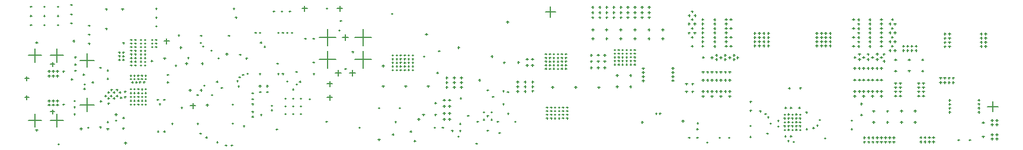
<source format=gbr>
%TF.GenerationSoftware,Altium Limited,Altium Designer,19.0.15 (446)*%
G04 Layer_Color=128*
%FSLAX45Y45*%
%MOMM*%
%TF.FileFunction,Drillmap*%
%TF.Part,Single*%
G01*
G75*
%TA.AperFunction,NonConductor*%
%ADD117C,0.12700*%
D117*
X5486400Y1798934D02*
X5562600D01*
X5524500Y1760834D02*
Y1837034D01*
X5486400Y1993900D02*
X5562600D01*
X5524500Y1955800D02*
Y2032000D01*
X1530080Y2399077D02*
X1720080D01*
X1625080Y2304078D02*
Y2494077D01*
X1215080Y2399077D02*
X1405080D01*
X1310080Y2304078D02*
Y2494077D01*
X1530080Y1469077D02*
X1720080D01*
X1625080Y1374078D02*
Y1564077D01*
X1215080Y1469077D02*
X1405080D01*
X1310080Y1374078D02*
Y1564077D01*
X3152140Y2603829D02*
X3228340D01*
X3190240Y2565729D02*
Y2641929D01*
X3530600Y1681480D02*
X3606800D01*
X3568700Y1643380D02*
Y1719580D01*
X2885480Y2061440D02*
X2905480D01*
X2895480Y2051440D02*
Y2071440D01*
X2670480Y2061440D02*
X2690480D01*
X2680480Y2051440D02*
Y2071440D01*
X2777980Y2061440D02*
X2797980D01*
X2787980Y2051440D02*
Y2071440D01*
X2777980Y1919940D02*
X2797980D01*
X2787980Y1909940D02*
Y1929940D01*
X2777980Y1697940D02*
X2797980D01*
X2787980Y1687940D02*
Y1707940D01*
X2885480Y1808940D02*
X2905480D01*
X2895480Y1798940D02*
Y1818940D01*
X2670480Y1808940D02*
X2690480D01*
X2680480Y1798940D02*
Y1818940D01*
X2777980Y1808940D02*
X2797980D01*
X2787980Y1798940D02*
Y1818940D01*
X8604180Y3017520D02*
X8754180D01*
X8679180Y2942520D02*
Y3092520D01*
X14926241Y1668780D02*
X15076241D01*
X15001241Y1593780D02*
Y1743780D01*
X5374750Y2656240D02*
X5612250D01*
X5493500Y2537490D02*
Y2774990D01*
X5374750Y2338740D02*
X5612250D01*
X5493500Y2219990D02*
Y2457490D01*
X5882750Y2338740D02*
X6120250D01*
X6001500Y2219990D02*
Y2457490D01*
X5882750Y2656240D02*
X6120250D01*
X6001500Y2537490D02*
Y2774990D01*
X5702500Y2656240D02*
X5792500D01*
X5747500Y2611240D02*
Y2701240D01*
X5804100Y2148240D02*
X5894100D01*
X5849100Y2103240D02*
Y2193240D01*
X5600900Y2148240D02*
X5690900D01*
X5645900Y2103240D02*
Y2193240D01*
X5128260Y3068320D02*
X5204460D01*
X5166360Y3030220D02*
Y3106420D01*
X5631164Y3068320D02*
X5707364D01*
X5669264Y3030220D02*
Y3106420D01*
X12017340Y1557500D02*
X12037660D01*
X12027500Y1547340D02*
Y1567660D01*
X12237340Y1557500D02*
X12257660D01*
X12247500Y1547340D02*
Y1567660D01*
X12017340Y1337500D02*
X12037660D01*
X12027500Y1327340D02*
Y1347660D01*
X12237340Y1337500D02*
X12257660D01*
X12247500Y1327340D02*
Y1347660D01*
X12017340Y1447500D02*
X12037660D01*
X12027500Y1437340D02*
Y1457660D01*
X12127340Y1557500D02*
X12147660D01*
X12137500Y1547340D02*
Y1567660D01*
X12127340Y1337500D02*
X12147660D01*
X12137500Y1327340D02*
Y1347660D01*
X12234840Y1447500D02*
X12255160D01*
X12245000Y1437340D02*
Y1457660D01*
X11742420Y1562100D02*
X11762740D01*
X11752580Y1551940D02*
Y1572260D01*
X11781858Y1518920D02*
X11802178D01*
X11792018Y1508760D02*
Y1529080D01*
X10182860Y1569720D02*
X10203180D01*
X10193020Y1559560D02*
Y1579880D01*
X10236200Y1569720D02*
X10256520D01*
X10246360Y1559560D02*
Y1579880D01*
X4073840Y2679565D02*
X4094160D01*
X4084000Y2669405D02*
Y2689725D01*
X3675380Y2679700D02*
X3695700D01*
X3685540Y2669540D02*
Y2689860D01*
X4036060Y2418080D02*
X4066540D01*
X4051300Y2402840D02*
Y2433320D01*
X3492370Y2364170D02*
X3512690D01*
X3502530Y2354010D02*
Y2374330D01*
X3926840Y2361760D02*
X3947160D01*
X3937000Y2351600D02*
Y2371920D01*
X5038820Y2163664D02*
X5059140D01*
X5048980Y2153504D02*
Y2173824D01*
X4518820Y2136136D02*
X4539140D01*
X4528980Y2125976D02*
Y2146296D01*
X4767580Y2284257D02*
X4787900D01*
X4777740Y2274097D02*
Y2294417D01*
X2339840Y2185040D02*
X2360160D01*
X2350000Y2174880D02*
Y2195200D01*
X4275160Y2123440D02*
X4295480D01*
X4285320Y2113280D02*
Y2133600D01*
X4226560Y2087880D02*
X4246880D01*
X4236720Y2077720D02*
Y2098040D01*
X2339840Y2067460D02*
X2360160D01*
X2350000Y2057300D02*
Y2077620D01*
X1997480Y2126460D02*
X2017800D01*
X2007640Y2116300D02*
Y2136620D01*
X1822456Y2058239D02*
X1847856D01*
X1835156Y2045539D02*
Y2070939D01*
X1709920Y1698077D02*
X1730240D01*
X1720080Y1687917D02*
Y1708237D01*
X1704840Y2170077D02*
X1735320D01*
X1720080Y2154837D02*
Y2185317D01*
X5671820Y2895600D02*
X5692140D01*
X5681980Y2885440D02*
Y2905760D01*
X4412340Y1859280D02*
X4432660D01*
X4422500Y1849120D02*
Y1869440D01*
X5230800Y1774180D02*
X5251120D01*
X5240960Y1764020D02*
Y1784340D01*
X7078165Y2460211D02*
X7098485D01*
X7088325Y2450051D02*
Y2470371D01*
X6860101Y2382780D02*
X6880421D01*
X6870261Y2372620D02*
Y2392940D01*
X6418160Y1271344D02*
X6438480D01*
X6428320Y1261184D02*
Y1281504D01*
X6725980Y1178560D02*
X6756460D01*
X6741220Y1163320D02*
Y1193800D01*
X7354560Y1239916D02*
X7374880D01*
X7364720Y1229756D02*
Y1250076D01*
X6217920Y1650000D02*
X6238240D01*
X6228080Y1639840D02*
Y1660160D01*
X7941300Y1292620D02*
X7961620D01*
X7951460Y1282460D02*
Y1302780D01*
X3148940Y1765300D02*
X3169260D01*
X3159100Y1755140D02*
Y1775460D01*
X3903980Y2024380D02*
X3924300D01*
X3914140Y2014220D02*
Y2034540D01*
X3970020Y1935480D02*
X3990340D01*
X3980180Y1925320D02*
Y1945640D01*
X4518820Y2724236D02*
X4539140D01*
X4528980Y2714076D02*
Y2734396D01*
X4325620Y2356200D02*
X4345940D01*
X4335780Y2346040D02*
Y2366360D01*
X10557760Y1463040D02*
X10588240D01*
X10573000Y1447800D02*
Y1478280D01*
X5287360Y2135557D02*
X5307680D01*
X5297520Y2125397D02*
Y2145717D01*
X8052783Y2875680D02*
X8083263D01*
X8068023Y2860440D02*
Y2890920D01*
X6891840Y2701859D02*
X6922320D01*
X6907080Y2686619D02*
Y2717099D01*
X1879885Y2269325D02*
X1900205D01*
X1890045Y2259165D02*
Y2279485D01*
X6402840Y2997200D02*
X6423160D01*
X6413000Y2987040D02*
Y3007360D01*
X7649760Y2045260D02*
X7680240D01*
X7665000Y2030020D02*
Y2060500D01*
X8061960Y1875040D02*
X8082280D01*
X8072120Y1864880D02*
Y1885200D01*
X7997340Y1890000D02*
X8017660D01*
X8007500Y1879840D02*
Y1900160D01*
X6515100Y1649780D02*
X6535420D01*
X6525260Y1639620D02*
Y1659940D01*
X7352260Y2512060D02*
X7382740D01*
X7367500Y2496820D02*
Y2527300D01*
X7048500Y2151380D02*
X7078980D01*
X7063740Y2136140D02*
Y2166620D01*
X13553300Y2912864D02*
X13578700D01*
X13566000Y2900164D02*
Y2925564D01*
X9268460Y2766060D02*
X9298940D01*
X9283700Y2750820D02*
Y2781300D01*
X9466580Y2766060D02*
X9497060D01*
X9481820Y2750820D02*
Y2781300D01*
X9667240Y2766060D02*
X9697720D01*
X9682480Y2750820D02*
Y2781300D01*
X9870440Y2766060D02*
X9900920D01*
X9885680Y2750820D02*
Y2781300D01*
X10071100Y2766060D02*
X10101580D01*
X10086340Y2750820D02*
Y2781300D01*
X10269220Y2766060D02*
X10299700D01*
X10284460Y2750820D02*
Y2781300D01*
X9974053Y2940000D02*
X10004533D01*
X9989293Y2924760D02*
Y2955240D01*
X10075018Y2940000D02*
X10105498D01*
X10090258Y2924760D02*
Y2955240D01*
X9772123Y2940000D02*
X9802603D01*
X9787363Y2924760D02*
Y2955240D01*
X9873088Y2940000D02*
X9903568D01*
X9888328Y2924760D02*
Y2955240D01*
X9570193Y2940000D02*
X9600673D01*
X9585433Y2924760D02*
Y2955240D01*
X9671158Y2940000D02*
X9701638D01*
X9686398Y2924760D02*
Y2955240D01*
X9368263Y2940000D02*
X9398743D01*
X9383503Y2924760D02*
Y2955240D01*
X9469228Y2940000D02*
X9499708D01*
X9484468Y2924760D02*
Y2955240D01*
X9267298Y2940000D02*
X9297778D01*
X9282538Y2924760D02*
Y2955240D01*
X8717460Y2417142D02*
X8737780D01*
X8727620Y2406982D02*
Y2427302D01*
X8775700Y2416817D02*
X8796020D01*
X8785860Y2406657D02*
Y2426977D01*
X8603160Y2417142D02*
X8623480D01*
X8613320Y2406982D02*
Y2427302D01*
X8661400Y2416817D02*
X8681720D01*
X8671560Y2406657D02*
Y2426977D01*
X14820380Y2526680D02*
X14850861D01*
X14835620Y2511440D02*
Y2541920D01*
X14820380Y2586680D02*
X14850861D01*
X14835620Y2571440D02*
Y2601920D01*
X14885381Y2646680D02*
X14915860D01*
X14900620Y2631440D02*
Y2661920D01*
X14885381Y2586680D02*
X14915860D01*
X14900620Y2571440D02*
Y2601920D01*
X14820380Y2646680D02*
X14850861D01*
X14835620Y2631440D02*
Y2661920D01*
X14885381Y2526680D02*
X14915860D01*
X14900620Y2511440D02*
Y2541920D01*
X14820380Y2706680D02*
X14850861D01*
X14835620Y2691440D02*
Y2721920D01*
X14885381Y2706680D02*
X14915860D01*
X14900620Y2691440D02*
Y2721920D01*
X14367740Y2705100D02*
X14398219D01*
X14382980Y2689860D02*
Y2720340D01*
X14302740Y2705100D02*
X14333220D01*
X14317979Y2689860D02*
Y2720340D01*
X14367740Y2525100D02*
X14398219D01*
X14382980Y2509860D02*
Y2540340D01*
X14302740Y2645100D02*
X14333220D01*
X14317979Y2629860D02*
Y2660340D01*
X14301781Y2012688D02*
X14332260D01*
X14317020Y1997448D02*
Y2027928D01*
X14361780Y2012688D02*
X14392261D01*
X14377020Y1997448D02*
Y2027928D01*
X14301781Y2077688D02*
X14332260D01*
X14317020Y2062448D02*
Y2092928D01*
X14241780Y2077688D02*
X14272260D01*
X14257021Y2062448D02*
Y2092928D01*
X14367740Y2585100D02*
X14398219D01*
X14382980Y2569860D02*
Y2600340D01*
X14367740Y2645100D02*
X14398219D01*
X14382980Y2629860D02*
Y2660340D01*
X14302740Y2585100D02*
X14333220D01*
X14317979Y2569860D02*
Y2600340D01*
X14302740Y2525100D02*
X14333220D01*
X14317979Y2509860D02*
Y2540340D01*
X14241780Y2012688D02*
X14272260D01*
X14257021Y1997448D02*
Y2027928D01*
X14361780Y2077688D02*
X14392261D01*
X14377020Y2062448D02*
Y2092928D01*
X14421780Y2012688D02*
X14452260D01*
X14437019Y1997448D02*
Y2027928D01*
X14421780Y2077688D02*
X14452260D01*
X14437019Y2062448D02*
Y2092928D01*
X13769760Y2467500D02*
X13800240D01*
X13785001Y2452260D02*
Y2482740D01*
X13769760Y2532500D02*
X13800240D01*
X13785001Y2517260D02*
Y2547740D01*
X13709760Y2532500D02*
X13740240D01*
X13725000Y2517260D02*
Y2547740D01*
X13829761Y2467500D02*
X13860240D01*
X13845000Y2452260D02*
Y2482740D01*
X13709760Y2467500D02*
X13740240D01*
X13725000Y2452260D02*
Y2482740D01*
X13889760Y2467500D02*
X13920239D01*
X13905000Y2452260D02*
Y2482740D01*
X13829761Y2532500D02*
X13860240D01*
X13845000Y2517260D02*
Y2547740D01*
X13889760Y2532500D02*
X13920239D01*
X13905000Y2517260D02*
Y2547740D01*
X5475200Y3068737D02*
X5495520D01*
X5485360Y3058577D02*
Y3078897D01*
X1850620Y2603829D02*
X1881100D01*
X1865860Y2588589D02*
Y2619069D01*
X1165080Y1799077D02*
X1225080D01*
X1195080Y1769077D02*
Y1829077D01*
X1165080Y2069077D02*
X1225080D01*
X1195080Y2039077D02*
Y2099077D01*
X1530080Y2274077D02*
X1590080D01*
X1560080Y2244078D02*
Y2304077D01*
X1530080Y1594077D02*
X1590080D01*
X1560080Y1564077D02*
Y1624077D01*
X1879600Y2374080D02*
X1899920D01*
X1889760Y2363920D02*
Y2384240D01*
X1879600Y2181040D02*
X1899920D01*
X1889760Y2170880D02*
Y2191200D01*
X1319660Y2583804D02*
X1350140D01*
X1334900Y2568564D02*
Y2599044D01*
X7772400Y1325454D02*
X7792720D01*
X7782560Y1315294D02*
Y1335614D01*
X7612600Y1142288D02*
X7632920D01*
X7622760Y1132128D02*
Y1152448D01*
X7995920Y1704340D02*
X8016240D01*
X8006080Y1694180D02*
Y1714500D01*
X2006600Y1922780D02*
X2032000D01*
X2019300Y1910080D02*
Y1935480D01*
X11770123Y1284337D02*
X11790443D01*
X11780283Y1274177D02*
Y1294497D01*
X4908820Y2726136D02*
X4929140D01*
X4918980Y2715976D02*
Y2736296D01*
X4843820Y2726136D02*
X4864140D01*
X4853980Y2715976D02*
Y2736296D01*
X2832100Y1807500D02*
X2852420D01*
X2842260Y1797340D02*
Y1817660D01*
X2801620Y2017380D02*
X2821940D01*
X2811780Y2007220D02*
Y2027540D01*
X2832100Y1698280D02*
X2852420D01*
X2842260Y1688120D02*
Y1708440D01*
X2751405Y2016760D02*
X2771725D01*
X2761565Y2006600D02*
Y2026920D01*
X2832100Y1752890D02*
X2852420D01*
X2842260Y1742730D02*
Y1763050D01*
X2722880Y1699260D02*
X2743200D01*
X2733040Y1689100D02*
Y1709420D01*
X2885320Y1863550D02*
X2905640D01*
X2895480Y1853390D02*
Y1873710D01*
X2670320Y2110740D02*
X2690640D01*
X2680480Y2100580D02*
Y2120900D01*
X2722880Y1808480D02*
X2743200D01*
X2733040Y1798320D02*
Y1818640D01*
X2885320Y1699720D02*
X2905640D01*
X2895480Y1689560D02*
Y1709880D01*
X3085559Y1703899D02*
X3105879D01*
X3095719Y1693739D02*
Y1714059D01*
X2882900Y2110740D02*
X2903220D01*
X2893060Y2100580D02*
Y2120900D01*
X2670320Y1863550D02*
X2690640D01*
X2680480Y1853390D02*
Y1873710D01*
X2585280Y1805440D02*
X2610680D01*
X2597980Y1792740D02*
Y1818140D01*
X2723465Y2061760D02*
X2743785D01*
X2733625Y2051600D02*
Y2071920D01*
X2777820Y1863550D02*
X2798140D01*
X2787980Y1853390D02*
Y1873710D01*
X2829755Y2110740D02*
X2850075D01*
X2839915Y2100580D02*
Y2120900D01*
X2670320Y1699720D02*
X2690640D01*
X2680480Y1689560D02*
Y1709880D01*
X2722880Y1863090D02*
X2743200D01*
X2733040Y1852930D02*
Y1873250D01*
X3055201Y1765300D02*
X3075521D01*
X3065361Y1755140D02*
Y1775460D01*
X2585280Y1885440D02*
X2610680D01*
X2597980Y1872740D02*
Y1898140D01*
X2693180Y2016760D02*
X2713500D01*
X2703340Y2006600D02*
Y2026920D01*
X2776610Y2110740D02*
X2796930D01*
X2786770Y2100580D02*
Y2120900D01*
X2722880Y1753870D02*
X2743200D01*
X2733040Y1743710D02*
Y1764030D01*
X2777820Y1754330D02*
X2798140D01*
X2787980Y1744170D02*
Y1764490D01*
X2860482Y2018133D02*
X2880802D01*
X2870642Y2007973D02*
Y2028293D01*
X2885320Y1754330D02*
X2905640D01*
X2895480Y1744170D02*
Y1764490D01*
X2722880Y1917700D02*
X2743200D01*
X2733040Y1907540D02*
Y1927860D01*
X2885320Y1918160D02*
X2905640D01*
X2895480Y1908000D02*
Y1928320D01*
X2723465Y2110740D02*
X2743785D01*
X2733625Y2100580D02*
Y2120900D01*
X2670320Y1754330D02*
X2690640D01*
X2680480Y1744170D02*
Y1764490D01*
X2832100Y1916720D02*
X2852420D01*
X2842260Y1906560D02*
Y1926880D01*
X2829755Y2061760D02*
X2850075D01*
X2839915Y2051600D02*
Y2071920D01*
X2670320Y1918160D02*
X2690640D01*
X2680480Y1908000D02*
Y1928320D01*
X2832100Y1862110D02*
X2852420D01*
X2842260Y1851950D02*
Y1872270D01*
X2336960Y1348740D02*
X2367440D01*
X2352200Y1333500D02*
Y1363980D01*
X2453640Y1557840D02*
X2484120D01*
X2468880Y1542600D02*
Y1573080D01*
X12104800Y1650000D02*
X12130200D01*
X12117500Y1637300D02*
Y1662700D01*
X5089920Y2024620D02*
X5110240D01*
X5100080Y2014460D02*
Y2034780D01*
X1821180Y2860520D02*
X1841500D01*
X1831340Y2850360D02*
Y2870680D01*
X1821180Y3119600D02*
X1841500D01*
X1831340Y3109440D02*
Y3129760D01*
X1821180Y2988500D02*
X1841500D01*
X1831340Y2978340D02*
Y2998660D01*
X2075180Y2827600D02*
X2095500D01*
X2085340Y2817440D02*
Y2837760D01*
X2075180Y2696500D02*
X2095500D01*
X2085340Y2686340D02*
Y2706660D01*
X2075180Y2568520D02*
X2095500D01*
X2085340Y2558360D02*
Y2578680D01*
X4234180Y2410460D02*
X4254500D01*
X4244340Y2400300D02*
Y2420620D01*
X11924840Y1467500D02*
X11945160D01*
X11935000Y1457340D02*
Y1477660D01*
X11816080Y1427480D02*
X11836400D01*
X11826240Y1417320D02*
Y1437640D01*
X12024800Y1650000D02*
X12050200D01*
X12037500Y1637300D02*
Y1662700D01*
X12428518Y1363667D02*
X12448838D01*
X12438678Y1353507D02*
Y1373827D01*
X12329840Y1347500D02*
X12350160D01*
X12340000Y1337340D02*
Y1357660D01*
X12486640Y1399540D02*
X12506960D01*
X12496800Y1389380D02*
Y1409700D01*
X12516340Y1477660D02*
X12536660D01*
X12526500Y1467500D02*
Y1487820D01*
X12027980Y1245000D02*
X12048300D01*
X12038140Y1234840D02*
Y1255160D01*
X12107340Y1245000D02*
X12127660D01*
X12117500Y1234840D02*
Y1255160D01*
X10911840Y1158240D02*
X10932160D01*
X10922000Y1148080D02*
Y1168400D01*
X12147340Y1164438D02*
X12167660D01*
X12157500Y1154278D02*
Y1174598D01*
X12067340Y1180000D02*
X12087660D01*
X12077500Y1169840D02*
Y1190160D01*
X12592340Y1215000D02*
X12612660D01*
X12602500Y1204840D02*
Y1225160D01*
X11924840Y1386900D02*
X11945160D01*
X11935000Y1376740D02*
Y1397060D01*
X11527300Y1611160D02*
X11552700D01*
X11540000Y1598460D02*
Y1623860D01*
X10772340Y1432500D02*
X10792660D01*
X10782500Y1422340D02*
Y1442660D01*
X12179300Y1338580D02*
X12204700D01*
X12192000Y1325880D02*
Y1351280D01*
X4030980Y1117600D02*
X4051300D01*
X4041140Y1107440D02*
Y1127760D01*
X4114800Y1115000D02*
X4135120D01*
X4124960Y1104840D02*
Y1125160D01*
X3909060Y1160780D02*
X3929380D01*
X3919220Y1150620D02*
Y1170940D01*
X3199488Y2016760D02*
X3219808D01*
X3209648Y2006600D02*
Y2026920D01*
X3200690Y2120900D02*
X3221010D01*
X3210850Y2110740D02*
Y2131060D01*
X2341880Y1448061D02*
X2362200D01*
X2352040Y1437901D02*
Y1458221D01*
X2458720Y1469840D02*
X2479040D01*
X2468880Y1459680D02*
Y1480000D01*
X1953260Y1354720D02*
X1983740D01*
X1968500Y1339480D02*
Y1369960D01*
X3629660Y1424940D02*
X3649980D01*
X3639820Y1414780D02*
Y1435100D01*
X3671416Y1902460D02*
X3701896D01*
X3686656Y1887220D02*
Y1917700D01*
X3512820Y1902460D02*
X3543300D01*
X3528060Y1887220D02*
Y1917700D01*
X3150420Y1312500D02*
X3170740D01*
X3160580Y1302340D02*
Y1322660D01*
X3062420Y1312500D02*
X3082740D01*
X3072580Y1302340D02*
Y1322660D01*
X4130040Y1699260D02*
X4150360D01*
X4140200Y1689100D02*
Y1709420D01*
X4213860Y1958260D02*
X4234180D01*
X4224020Y1948100D02*
Y1968420D01*
X4338320Y2137882D02*
X4358640D01*
X4348480Y2127722D02*
Y2148042D01*
X4196080Y2034540D02*
X4216400D01*
X4206240Y2024380D02*
Y2044700D01*
X5654040Y2758440D02*
X5674360D01*
X5664200Y2748280D02*
Y2768600D01*
X13017300Y2370864D02*
X13042700D01*
X13030000Y2358164D02*
Y2383564D01*
X5285200Y2638500D02*
X5305520D01*
X5295360Y2628340D02*
Y2648660D01*
X5166360Y2638240D02*
X5186680D01*
X5176520Y2628080D02*
Y2648400D01*
X6672580Y1313180D02*
X6692900D01*
X6682740Y1303020D02*
Y1323340D01*
X6783003Y1485510D02*
X6813483D01*
X6798243Y1470270D02*
Y1500750D01*
X5468620Y1452440D02*
X5488940D01*
X5478780Y1442280D02*
Y1462600D01*
X3751579Y1229359D02*
X3771899D01*
X3761739Y1219199D02*
Y1239519D01*
X4287520Y1390880D02*
X4307840D01*
X4297680Y1380720D02*
Y1401040D01*
X8679000Y1656985D02*
X8699320D01*
X8689160Y1646825D02*
Y1667145D01*
X8620760Y1657310D02*
X8641080D01*
X8630920Y1647150D02*
Y1667470D01*
X7380320Y1323340D02*
X7400640D01*
X7390480Y1313180D02*
Y1333500D01*
X6213080Y1196344D02*
X6243560D01*
X6228320Y1181104D02*
Y1211584D01*
X13431969Y2317126D02*
X13462450D01*
X13447209Y2301886D02*
Y2332366D01*
X3380740Y2513680D02*
X3411220D01*
X3395980Y2498440D02*
Y2528920D01*
X3398520Y1653540D02*
X3418840D01*
X3408680Y1643380D02*
Y1663700D01*
X2349148Y1715672D02*
X2374548D01*
X2361848Y1702972D02*
Y1728372D01*
X2349148Y1788160D02*
X2374548D01*
X2361848Y1775460D02*
Y1800860D01*
X2566480Y2578300D02*
X2591880D01*
X2579180Y2565600D02*
Y2591000D01*
X2390458Y1907540D02*
X2415857D01*
X2403158Y1894840D02*
Y1920240D01*
X2471548Y1821180D02*
X2496948D01*
X2484248Y1808480D02*
Y1833880D01*
X2389304Y1821180D02*
X2414704D01*
X2402004Y1808480D02*
Y1833880D01*
X2472690Y1907540D02*
X2498090D01*
X2485390Y1894840D02*
Y1920240D01*
X2349148Y1869440D02*
X2374548D01*
X2361848Y1856740D02*
Y1882140D01*
X13482413Y1443580D02*
X13512892D01*
X13497652Y1428340D02*
Y1458820D01*
X13284912Y1443580D02*
X13315392D01*
X13300153Y1428340D02*
Y1458820D01*
X13482413Y1603580D02*
X13512892D01*
X13497652Y1588340D02*
Y1618820D01*
X13284912Y1603580D02*
X13315392D01*
X13300153Y1588340D02*
Y1618820D01*
X9344900Y2405399D02*
X9375380D01*
X9360140Y2390159D02*
Y2420639D01*
X9248140Y2313402D02*
X9278620D01*
X9263380Y2298162D02*
Y2328642D01*
X9441180Y2313402D02*
X9471660D01*
X9456420Y2298162D02*
Y2328642D01*
X9344900Y2313402D02*
X9375380D01*
X9360140Y2298162D02*
Y2328642D01*
X9248302Y2222500D02*
X9278782D01*
X9263542Y2207260D02*
Y2237740D01*
X9248439Y2404612D02*
X9278919D01*
X9263679Y2389372D02*
Y2419852D01*
X9344812Y2222500D02*
X9375292D01*
X9360052Y2207260D02*
Y2237740D01*
X9441180Y2404612D02*
X9471660D01*
X9456420Y2389372D02*
Y2419852D01*
X9441180Y2222500D02*
X9471660D01*
X9456420Y2207260D02*
Y2237740D01*
X9617367Y2113559D02*
X9647847D01*
X9632607Y2098319D02*
Y2128799D01*
X9617367Y1953559D02*
X9647847D01*
X9632607Y1938319D02*
Y1968799D01*
X9357060Y1941780D02*
X9387540D01*
X9372300Y1926540D02*
Y1957020D01*
X8696960Y1944102D02*
X8727440D01*
X8712200Y1928862D02*
Y1959342D01*
X9025150Y1944098D02*
X9055630D01*
X9040390Y1928858D02*
Y1959338D01*
X9977120Y1445941D02*
X10007600D01*
X9992360Y1430701D02*
Y1461181D01*
X13874911Y1604795D02*
X13905392D01*
X13890152Y1589555D02*
Y1620035D01*
X13874911Y1444795D02*
X13905392D01*
X13890152Y1429555D02*
Y1460035D01*
X13679912Y1604795D02*
X13710393D01*
X13695152Y1589555D02*
Y1620035D01*
X13679912Y1444795D02*
X13710393D01*
X13695152Y1429555D02*
Y1460035D01*
X11666220Y1605280D02*
X11691620D01*
X11678920Y1592580D02*
Y1617980D01*
X8775700Y2365032D02*
X8796020D01*
X8785860Y2354872D02*
Y2375192D01*
X8831760Y2262110D02*
X8852080D01*
X8841920Y2251950D02*
Y2272270D01*
X8831760Y2313895D02*
X8852080D01*
X8841920Y2303735D02*
Y2324055D01*
X8775700Y2313246D02*
X8796020D01*
X8785860Y2303086D02*
Y2323406D01*
X8717460Y2313571D02*
X8737780D01*
X8727620Y2303411D02*
Y2323731D01*
X8717460Y2261785D02*
X8737780D01*
X8727620Y2251625D02*
Y2271945D01*
X8661400Y2209675D02*
X8681720D01*
X8671560Y2199515D02*
Y2219835D01*
X8661400Y2313246D02*
X8681720D01*
X8671560Y2303086D02*
Y2323406D01*
X9759188Y2425388D02*
X9779508D01*
X9769348Y2415228D02*
Y2435548D01*
X9759188Y2477173D02*
X9779508D01*
X9769348Y2467013D02*
Y2487333D01*
X9759188Y2373602D02*
X9779508D01*
X9769348Y2363442D02*
Y2383762D01*
X9815248Y2374252D02*
X9835568D01*
X9825408Y2364092D02*
Y2384412D01*
X9815248Y2322466D02*
X9835568D01*
X9825408Y2312306D02*
Y2332626D01*
X9644888Y2373602D02*
X9665208D01*
X9655048Y2363442D02*
Y2383762D01*
X9644888Y2270031D02*
X9665208D01*
X9655048Y2259871D02*
Y2280191D01*
X9700948Y2322141D02*
X9721268D01*
X9711108Y2311981D02*
Y2332301D01*
X9700948Y2373927D02*
X9721268D01*
X9711108Y2363767D02*
Y2384087D01*
X8717460Y2365356D02*
X8737780D01*
X8727620Y2355196D02*
Y2375516D01*
X8661400Y2365032D02*
X8681720D01*
X8671560Y2354872D02*
Y2375192D01*
X8831760Y2365681D02*
X8852080D01*
X8841920Y2355521D02*
Y2375841D01*
X8661400Y2261461D02*
X8681720D01*
X8671560Y2251301D02*
Y2271621D01*
X8831760Y2210324D02*
X8852080D01*
X8841920Y2200164D02*
Y2220484D01*
X8717460Y2210000D02*
X8737780D01*
X8727620Y2199840D02*
Y2220160D01*
X8831760Y2417466D02*
X8852080D01*
X8841920Y2407306D02*
Y2427626D01*
X8775700Y2261461D02*
X8796020D01*
X8785860Y2251301D02*
Y2271621D01*
X8775700Y2209675D02*
X8796020D01*
X8785860Y2199515D02*
Y2219835D01*
X9815248Y2270680D02*
X9835568D01*
X9825408Y2260520D02*
Y2280840D01*
X9815248Y2477823D02*
X9835568D01*
X9825408Y2467663D02*
Y2487983D01*
X9759188Y2321817D02*
X9779508D01*
X9769348Y2311657D02*
Y2331977D01*
X9759188Y2270031D02*
X9779508D01*
X9769348Y2259871D02*
Y2280191D01*
X9700948Y2270356D02*
X9721268D01*
X9711108Y2260196D02*
Y2280516D01*
X9644888Y2321817D02*
X9665208D01*
X9655048Y2311657D02*
Y2331977D01*
X9700948Y2477498D02*
X9721268D01*
X9711108Y2467338D02*
Y2487658D01*
X9644888Y2477173D02*
X9665208D01*
X9655048Y2467013D02*
Y2487333D01*
X9815248Y2426037D02*
X9835568D01*
X9825408Y2415877D02*
Y2436197D01*
X9700948Y2425712D02*
X9721268D01*
X9711108Y2415552D02*
Y2435872D01*
X9644888Y2425388D02*
X9665208D01*
X9655048Y2415228D02*
Y2435548D01*
X8735060Y1657310D02*
X8755380D01*
X8745220Y1647150D02*
Y1667470D01*
X8907600Y1657310D02*
X8927920D01*
X8917760Y1647150D02*
Y1667470D01*
X12179880Y1502580D02*
X12205280D01*
X12192580Y1489880D02*
Y1515280D01*
X12225440Y1650000D02*
X12250840D01*
X12238140Y1637300D02*
Y1662700D01*
X12179880Y1557500D02*
X12205280D01*
X12192580Y1544800D02*
Y1570200D01*
X12124800Y1502580D02*
X12150200D01*
X12137500Y1489880D02*
Y1515280D01*
X12238846Y1936176D02*
X12264246D01*
X12251546Y1923476D02*
Y1948876D01*
X11086792Y1227500D02*
X11107112D01*
X11096952Y1217340D02*
Y1237660D01*
X11529840Y1394460D02*
X11550160D01*
X11540000Y1384300D02*
Y1404620D01*
X11221792Y1227500D02*
X11242112D01*
X11231952Y1217340D02*
Y1237660D01*
X10653033Y1226820D02*
X10673353D01*
X10663193Y1216660D02*
Y1236980D01*
X12082440Y1928934D02*
X12107840D01*
X12095140Y1916234D02*
Y1941634D01*
X12070080Y1337500D02*
X12095480D01*
X12082780Y1324800D02*
Y1350200D01*
X12014200Y1392340D02*
X12039600D01*
X12026900Y1379640D02*
Y1405040D01*
X12069839Y1391380D02*
X12095239D01*
X12082539Y1378680D02*
Y1404080D01*
X12124800Y1392420D02*
X12150200D01*
X12137500Y1379720D02*
Y1405120D01*
X12069720Y1447500D02*
X12095120D01*
X12082420Y1434800D02*
Y1460200D01*
X11527300Y1741160D02*
X11552700D01*
X11540000Y1728460D02*
Y1753860D01*
X13108424Y1705620D02*
X13138905D01*
X13123665Y1690380D02*
Y1720860D01*
X13108441Y1549613D02*
X13138921D01*
X13123682Y1534373D02*
Y1564853D01*
X13430988Y2415032D02*
X13461467D01*
X13446227Y2399792D02*
Y2430272D01*
X11339260Y2369500D02*
X11369740D01*
X11354500Y2354260D02*
Y2384740D01*
X10690260Y3025000D02*
X10720740D01*
X10705500Y3009760D02*
Y3040240D01*
X10696180Y1992022D02*
X10726660D01*
X10711420Y1976782D02*
Y2007262D01*
X10608180Y1992022D02*
X10638660D01*
X10623420Y1976782D02*
Y2007262D01*
X10696760Y1883122D02*
X10727240D01*
X10712000Y1867882D02*
Y1898362D01*
X10608760Y1883122D02*
X10639240D01*
X10624000Y1867882D02*
Y1898362D01*
X13068120Y2847340D02*
X13098599D01*
X13083360Y2832100D02*
Y2862580D01*
X13068120Y2593340D02*
X13098599D01*
X13083360Y2578100D02*
Y2608580D01*
X13068300Y2720340D02*
X13098779D01*
X13083540Y2705100D02*
Y2735580D01*
X13068120Y2911220D02*
X13098599D01*
X13083360Y2895980D02*
Y2926460D01*
X13068120Y2784220D02*
X13098599D01*
X13083360Y2768980D02*
Y2799460D01*
X13068120Y2657220D02*
X13098599D01*
X13083360Y2641980D02*
Y2672460D01*
X13068120Y2530220D02*
X13098599D01*
X13083360Y2514980D02*
Y2545460D01*
X12995760Y2912864D02*
X13026241D01*
X13011000Y2897624D02*
Y2928104D01*
X12995760Y2785864D02*
X13026241D01*
X13011000Y2770624D02*
Y2801104D01*
X12995760Y2658864D02*
X13026241D01*
X13011000Y2643624D02*
Y2674104D01*
X12995760Y2531864D02*
X13026241D01*
X13011000Y2516624D02*
Y2547104D01*
X11176180Y2597236D02*
X11206660D01*
X11191420Y2581996D02*
Y2612476D01*
X11176180Y2851236D02*
X11206660D01*
X11191420Y2835996D02*
Y2866476D01*
X11176000Y2724236D02*
X11206480D01*
X11191240Y2708996D02*
Y2739476D01*
X11176180Y2533356D02*
X11206660D01*
X11191420Y2518116D02*
Y2548596D01*
X11176180Y2660356D02*
X11206660D01*
X11191420Y2645116D02*
Y2675596D01*
X11176180Y2787356D02*
X11206660D01*
X11191420Y2772116D02*
Y2802596D01*
X11176180Y2914356D02*
X11206660D01*
X11191420Y2899116D02*
Y2929596D01*
X10909760Y1885260D02*
X10940240D01*
X10925000Y1870020D02*
Y1900500D01*
X11163760Y1885260D02*
X11194240D01*
X11179000Y1870020D02*
Y1900500D01*
X11036760Y1885440D02*
X11067240D01*
X11052000Y1870200D02*
Y1900680D01*
X10845880Y1885260D02*
X10876360D01*
X10861120Y1870020D02*
Y1900500D01*
X10972880Y1885260D02*
X11003360D01*
X10988120Y1870020D02*
Y1900500D01*
X11099880Y1885260D02*
X11130360D01*
X11115120Y1870020D02*
Y1900500D01*
X11226880Y1885260D02*
X11257360D01*
X11242120Y1870020D02*
Y1900500D01*
X13078461Y1884500D02*
X13108940D01*
X13093700Y1869260D02*
Y1899740D01*
X13332460Y1884500D02*
X13362939D01*
X13347701Y1869260D02*
Y1899740D01*
X13205460Y1884680D02*
X13235941D01*
X13220700Y1869440D02*
Y1899920D01*
X13014580Y1884500D02*
X13045061D01*
X13029820Y1869260D02*
Y1899740D01*
X13141580Y1884500D02*
X13172060D01*
X13156821Y1869260D02*
Y1899740D01*
X13268581Y1884500D02*
X13299060D01*
X13283820Y1869260D02*
Y1899740D01*
X13395580Y1884500D02*
X13426060D01*
X13410820Y1869260D02*
Y1899740D01*
X13395760Y1815864D02*
X13426241D01*
X13411000Y1800624D02*
Y1831104D01*
X13268761Y1815864D02*
X13299240D01*
X13284000Y1800624D02*
Y1831104D01*
X13141760Y1815864D02*
X13172240D01*
X13157001Y1800624D02*
Y1831104D01*
X13014760Y1815864D02*
X13045239D01*
X13030000Y1800624D02*
Y1831104D01*
X11227260Y1815000D02*
X11257740D01*
X11242500Y1799760D02*
Y1830240D01*
X11100260Y1815000D02*
X11130740D01*
X11115500Y1799760D02*
Y1830240D01*
X10973260Y1815000D02*
X11003740D01*
X10988500Y1799760D02*
Y1830240D01*
X10846260Y1815000D02*
X10876740D01*
X10861500Y1799760D02*
Y1830240D01*
X10909759Y2161360D02*
X10940239D01*
X10924999Y2146120D02*
Y2176600D01*
X11163759Y2161360D02*
X11194239D01*
X11178999Y2146120D02*
Y2176600D01*
X11036759Y2161540D02*
X11067239D01*
X11051999Y2146300D02*
Y2176780D01*
X10845879Y2161360D02*
X10876359D01*
X10861119Y2146120D02*
Y2176600D01*
X10972879Y2161360D02*
X11003359D01*
X10988119Y2146120D02*
Y2176600D01*
X11099879Y2161360D02*
X11130359D01*
X11115119Y2146120D02*
Y2176600D01*
X11226879Y2161360D02*
X11257359D01*
X11242119Y2146120D02*
Y2176600D01*
X13077760Y2217240D02*
X13108240D01*
X13092999Y2202000D02*
Y2232480D01*
X13331760Y2217240D02*
X13362241D01*
X13347000Y2202000D02*
Y2232480D01*
X13204761Y2217420D02*
X13235240D01*
X13220000Y2202180D02*
Y2232660D01*
X13013879Y2217240D02*
X13044360D01*
X13029120Y2202000D02*
Y2232480D01*
X13140880Y2217240D02*
X13171359D01*
X13156120Y2202000D02*
Y2232480D01*
X13267880Y2217240D02*
X13298360D01*
X13283121Y2202000D02*
Y2232480D01*
X13394881Y2217240D02*
X13425360D01*
X13410120Y2202000D02*
Y2232480D01*
X13078259Y2049183D02*
X13108740D01*
X13093500Y2033943D02*
Y2064423D01*
X13332260Y2049183D02*
X13362740D01*
X13347501Y2033943D02*
Y2064423D01*
X13205260Y2049364D02*
X13235741D01*
X13220500Y2034124D02*
Y2064604D01*
X13014380Y2049183D02*
X13044859D01*
X13029620Y2033943D02*
Y2064423D01*
X13141380Y2049183D02*
X13171860D01*
X13156619Y2033943D02*
Y2064423D01*
X13268381Y2049183D02*
X13298860D01*
X13283620Y2033943D02*
Y2064423D01*
X13395380Y2049183D02*
X13425861D01*
X13410620Y2033943D02*
Y2064423D01*
X11163760Y2048680D02*
X11194240D01*
X11179000Y2033440D02*
Y2063920D01*
X10909760Y2048680D02*
X10940240D01*
X10925000Y2033440D02*
Y2063920D01*
X11036760Y2048500D02*
X11067240D01*
X11052000Y2033260D02*
Y2063740D01*
X11227640Y2048680D02*
X11258120D01*
X11242880Y2033440D02*
Y2063920D01*
X11100640Y2048680D02*
X11131120D01*
X11115880Y2033440D02*
Y2063920D01*
X10973640Y2048680D02*
X11004120D01*
X10988880Y2033440D02*
Y2063920D01*
X10846640Y2048680D02*
X10877120D01*
X10861880Y2033440D02*
Y2063920D01*
X13396140Y2596364D02*
X13426620D01*
X13411380Y2581124D02*
Y2611604D01*
X13396140Y2850364D02*
X13426620D01*
X13411380Y2835124D02*
Y2865604D01*
X13395959Y2723364D02*
X13426440D01*
X13411200Y2708124D02*
Y2738604D01*
X13396140Y2532484D02*
X13426620D01*
X13411380Y2517244D02*
Y2547724D01*
X13396140Y2659484D02*
X13426620D01*
X13411380Y2644244D02*
Y2674724D01*
X13396140Y2786484D02*
X13426620D01*
X13411380Y2771244D02*
Y2801724D01*
X13396140Y2913484D02*
X13426620D01*
X13411380Y2898244D02*
Y2928724D01*
X13229440Y2595364D02*
X13259920D01*
X13244679Y2580124D02*
Y2610604D01*
X13229440Y2849364D02*
X13259920D01*
X13244679Y2834124D02*
Y2864604D01*
X13229260Y2722364D02*
X13259740D01*
X13244501Y2707124D02*
Y2737604D01*
X13229440Y2531484D02*
X13259920D01*
X13244679Y2516244D02*
Y2546724D01*
X13229440Y2658484D02*
X13259920D01*
X13244679Y2643244D02*
Y2673724D01*
X13229440Y2785484D02*
X13259920D01*
X13244679Y2770244D02*
Y2800724D01*
X13229440Y2912484D02*
X13259920D01*
X13244679Y2897244D02*
Y2927724D01*
X11011441Y2595500D02*
X11041921D01*
X11026681Y2580260D02*
Y2610740D01*
X11011441Y2849500D02*
X11041921D01*
X11026681Y2834260D02*
Y2864740D01*
X11011260Y2722500D02*
X11041740D01*
X11026500Y2707260D02*
Y2737740D01*
X11011441Y2531620D02*
X11041921D01*
X11026681Y2516380D02*
Y2546860D01*
X11011441Y2658620D02*
X11041921D01*
X11026681Y2643380D02*
Y2673860D01*
X11011441Y2785620D02*
X11041921D01*
X11026681Y2770380D02*
Y2800860D01*
X11011441Y2912620D02*
X11041921D01*
X11026681Y2897380D02*
Y2927860D01*
X10840900Y2595880D02*
X10871380D01*
X10856140Y2580640D02*
Y2611120D01*
X10840900Y2849880D02*
X10871380D01*
X10856140Y2834640D02*
Y2865120D01*
X10840720Y2722880D02*
X10871200D01*
X10855960Y2707640D02*
Y2738120D01*
X10840900Y2532000D02*
X10871380D01*
X10856140Y2516760D02*
Y2547240D01*
X10840900Y2659000D02*
X10871380D01*
X10856140Y2643760D02*
Y2674240D01*
X10840900Y2786000D02*
X10871380D01*
X10856140Y2770760D02*
Y2801240D01*
X10840900Y2913000D02*
X10871380D01*
X10856140Y2897760D02*
Y2928240D01*
X11244760Y2913000D02*
X11275240D01*
X11260000Y2897760D02*
Y2928240D01*
X11244760Y2786000D02*
X11275240D01*
X11260000Y2770760D02*
Y2801240D01*
X11244760Y2659000D02*
X11275240D01*
X11260000Y2643760D02*
Y2674240D01*
X11244760Y2532000D02*
X11275240D01*
X11260000Y2516760D02*
Y2547240D01*
X10692300Y2532000D02*
X10717700D01*
X10705000Y2519300D02*
Y2544700D01*
X10848800Y2370000D02*
X10874200D01*
X10861500Y2357300D02*
Y2382700D01*
X14503580Y1192500D02*
X14523900D01*
X14513741Y1182340D02*
Y1202660D01*
X14663580Y1192500D02*
X14683900D01*
X14673740Y1182340D02*
Y1202660D01*
X13332120Y1227500D02*
X13362601D01*
X13347360Y1212260D02*
Y1242740D01*
X13393761Y1227805D02*
X13424240D01*
X13409000Y1212565D02*
Y1243045D01*
X13453760Y1227805D02*
X13484241D01*
X13469000Y1212565D02*
Y1243045D01*
X13513760Y1227805D02*
X13544240D01*
X13528999Y1212565D02*
Y1243045D01*
X13573759Y1227805D02*
X13604240D01*
X13589000Y1212565D02*
Y1243045D01*
X13957640Y1228789D02*
X13988120D01*
X13972881Y1213549D02*
Y1244029D01*
X14017641Y1228789D02*
X14048120D01*
X14032880Y1213549D02*
Y1244029D01*
X14077640Y1228789D02*
X14108121D01*
X14092880Y1213549D02*
Y1244029D01*
X14137640Y1228789D02*
X14168120D01*
X14152879Y1213549D02*
Y1244029D01*
X13332120Y1162500D02*
X13362601D01*
X13347360Y1147260D02*
Y1177740D01*
X13272121Y1227500D02*
X13302600D01*
X13287360Y1212260D02*
Y1242740D01*
X13393761Y1162804D02*
X13424240D01*
X13409000Y1147564D02*
Y1178044D01*
X13453760Y1162804D02*
X13484241D01*
X13469000Y1147564D02*
Y1178044D01*
X13513760Y1162804D02*
X13544240D01*
X13528999Y1147564D02*
Y1178044D01*
X13573759Y1162804D02*
X13604240D01*
X13589000Y1147564D02*
Y1178044D01*
X13957640Y1163789D02*
X13988120D01*
X13972881Y1148549D02*
Y1179029D01*
X14017641Y1163789D02*
X14048120D01*
X14032880Y1148549D02*
Y1179029D01*
X14077640Y1163789D02*
X14108121D01*
X14092880Y1148549D02*
Y1179029D01*
X14137640Y1163789D02*
X14168120D01*
X14152879Y1148549D02*
Y1179029D01*
X14371320Y1645027D02*
X14401801D01*
X14386560Y1629787D02*
Y1660267D01*
X14371320Y1587500D02*
X14401801D01*
X14386560Y1572260D02*
Y1602740D01*
X14371320Y1702553D02*
X14401801D01*
X14386560Y1687313D02*
Y1717793D01*
X14371320Y1760080D02*
X14401801D01*
X14386560Y1744840D02*
Y1775320D01*
X1617411Y1694180D02*
X1647891D01*
X1632651Y1678940D02*
Y1709420D01*
X1617411Y1750461D02*
X1647891D01*
X1632651Y1735221D02*
Y1765701D01*
X4411980Y1525158D02*
X4432300D01*
X4422140Y1514998D02*
Y1535318D01*
X4411980Y1775460D02*
X4432300D01*
X4422140Y1765300D02*
Y1785620D01*
X4412340Y1704200D02*
X4432660D01*
X4422500Y1694040D02*
Y1714360D01*
X4412340Y1594200D02*
X4432660D01*
X4422500Y1584040D02*
Y1604360D01*
X4688840Y1617980D02*
X4709160D01*
X4699000Y1607820D02*
Y1628140D01*
X4688840Y1681480D02*
X4709160D01*
X4699000Y1671320D02*
Y1691640D01*
X2009140Y1986462D02*
X2029460D01*
X2019300Y1976302D02*
Y1996622D01*
X1867308Y1560380D02*
X1887628D01*
X1877468Y1550220D02*
Y1570540D01*
X7827196Y1483360D02*
X7847516D01*
X7837356Y1473200D02*
Y1493520D01*
X6272261Y2250417D02*
X6302741D01*
X6287501Y2235177D02*
Y2265657D01*
X14787880Y1647527D02*
X14818359D01*
X14803120Y1632287D02*
Y1662767D01*
X14787880Y1590000D02*
X14818359D01*
X14803120Y1574760D02*
Y1605240D01*
X14787880Y1705054D02*
X14818359D01*
X14803120Y1689814D02*
Y1720294D01*
X14787880Y1762580D02*
X14818359D01*
X14803120Y1747340D02*
Y1777820D01*
X10414000Y2099687D02*
X10444480D01*
X10429240Y2084447D02*
Y2114927D01*
X10414000Y2042160D02*
X10444480D01*
X10429240Y2026920D02*
Y2057400D01*
X10414000Y2157213D02*
X10444480D01*
X10429240Y2141973D02*
Y2172453D01*
X10414000Y2214740D02*
X10444480D01*
X10429240Y2199500D02*
Y2229980D01*
X9992360Y2212340D02*
X10022840D01*
X10007600Y2197100D02*
Y2227580D01*
X14850912Y1238636D02*
X14881392D01*
X14866151Y1223396D02*
Y1253876D01*
X14850912Y1441136D02*
X14881392D01*
X14866151Y1425896D02*
Y1456376D01*
X13982260Y2177500D02*
X14012740D01*
X13997501Y2162260D02*
Y2192740D01*
X13789760Y2178364D02*
X13820239D01*
X13805000Y2163124D02*
Y2193604D01*
X13597260Y2177500D02*
X13627740D01*
X13612500Y2162260D02*
Y2192740D01*
X14979260Y1210000D02*
X15009740D01*
X14994501Y1194760D02*
Y1225240D01*
X14979260Y1270000D02*
X15009740D01*
X14994501Y1254760D02*
Y1285240D01*
X15044260Y1210000D02*
X15074741D01*
X15059500Y1194760D02*
Y1225240D01*
X15044260Y1270000D02*
X15074741D01*
X15059500Y1254760D02*
Y1285240D01*
X14978380Y1412280D02*
X15008859D01*
X14993620Y1397040D02*
Y1427520D01*
X14978380Y1472280D02*
X15008859D01*
X14993620Y1457040D02*
Y1487520D01*
X15043381Y1412280D02*
X15073860D01*
X15058620Y1397040D02*
Y1427520D01*
X15043381Y1472280D02*
X15073860D01*
X15058620Y1457040D02*
Y1487520D01*
X13549760Y2786864D02*
X13580240D01*
X13564999Y2771624D02*
Y2802104D01*
X13549760Y2659864D02*
X13580240D01*
X13564999Y2644624D02*
Y2675104D01*
X13549760Y2532864D02*
X13580240D01*
X13564999Y2517624D02*
Y2548104D01*
X13982260Y2337500D02*
X14012740D01*
X13997501Y2322260D02*
Y2352740D01*
X13789760Y2338364D02*
X13820239D01*
X13805000Y2323124D02*
Y2353604D01*
X13597260Y2337500D02*
X13627740D01*
X13612500Y2322260D02*
Y2352740D01*
X13395760Y2370864D02*
X13426241D01*
X13411000Y2355624D02*
Y2386104D01*
X13268761Y2370864D02*
X13299240D01*
X13284000Y2355624D02*
Y2386104D01*
X13141760Y2370864D02*
X13172240D01*
X13157001Y2355624D02*
Y2386104D01*
X12069720Y1503680D02*
X12095120D01*
X12082420Y1490980D02*
Y1516380D01*
X12069800Y1557076D02*
X12095200D01*
X12082500Y1544376D02*
Y1569776D01*
X12014538Y1503680D02*
X12039938D01*
X12027238Y1490980D02*
Y1516380D01*
X9270291Y2641247D02*
X9300771D01*
X9285531Y2626007D02*
Y2656487D01*
X10269774Y2637221D02*
X10300254D01*
X10285014Y2621981D02*
Y2652461D01*
X12235180Y1391920D02*
X12260580D01*
X12247880Y1379220D02*
Y1404620D01*
X12181023Y1391920D02*
X12206423D01*
X12193723Y1379220D02*
Y1404620D01*
X12235180Y1503680D02*
X12260580D01*
X12247880Y1490980D02*
Y1516380D01*
X12179880Y1447500D02*
X12205280D01*
X12192580Y1434800D02*
Y1460200D01*
X10075018Y3013660D02*
X10105498D01*
X10090258Y2998420D02*
Y3028900D01*
X9974053Y3013660D02*
X10004533D01*
X9989293Y2998420D02*
Y3028900D01*
X9873088Y3013660D02*
X9903568D01*
X9888328Y2998420D02*
Y3028900D01*
X9772123Y3013660D02*
X9802603D01*
X9787363Y2998420D02*
Y3028900D01*
X9671158Y3013660D02*
X9701638D01*
X9686398Y2998420D02*
Y3028900D01*
X9570193Y3013660D02*
X9600673D01*
X9585433Y2998420D02*
Y3028900D01*
X9469228Y3013660D02*
X9499708D01*
X9484468Y2998420D02*
Y3028900D01*
X9368263Y3013660D02*
X9398743D01*
X9383503Y2998420D02*
Y3028900D01*
X9267298Y3013660D02*
X9297778D01*
X9282538Y2998420D02*
Y3028900D01*
X10075018Y3087436D02*
X10105498D01*
X10090258Y3072196D02*
Y3102676D01*
X9974053Y3087436D02*
X10004533D01*
X9989293Y3072196D02*
Y3102676D01*
X9873088Y3087436D02*
X9903568D01*
X9888328Y3072196D02*
Y3102676D01*
X9772123Y3087436D02*
X9802603D01*
X9787363Y3072196D02*
Y3102676D01*
X9671158Y3087436D02*
X9701638D01*
X9686398Y3072196D02*
Y3102676D01*
X9570193Y3087436D02*
X9600673D01*
X9585433Y3072196D02*
Y3102676D01*
X9469228Y3087436D02*
X9499708D01*
X9484468Y3072196D02*
Y3102676D01*
X9368263Y3087436D02*
X9398743D01*
X9383503Y3072196D02*
Y3102676D01*
X9267298Y3087436D02*
X9297778D01*
X9282538Y3072196D02*
Y3102676D01*
X10071546Y2638364D02*
X10102026D01*
X10086786Y2623124D02*
Y2653604D01*
X9870474Y2638364D02*
X9900954D01*
X9885714Y2623124D02*
Y2653604D01*
X9669403Y2638364D02*
X9699883D01*
X9684643Y2623124D02*
Y2653604D01*
X9809480Y2112500D02*
X9839960D01*
X9824720Y2097260D02*
Y2127740D01*
X9468332Y2638364D02*
X9498812D01*
X9483572Y2623124D02*
Y2653604D01*
X9992360Y2154813D02*
X10022840D01*
X10007600Y2139573D02*
Y2170053D01*
X9992360Y2039760D02*
X10022840D01*
X10007600Y2024520D02*
Y2055000D01*
X9992360Y2097287D02*
X10022840D01*
X10007600Y2082047D02*
Y2112527D01*
X3832384Y1834180D02*
X3852704D01*
X3842544Y1824020D02*
Y1844340D01*
X3624580Y1834180D02*
X3644900D01*
X3634740Y1824020D02*
Y1844340D01*
X3759200Y1691640D02*
X3789680D01*
X3774440Y1676400D02*
Y1706880D01*
X2564860Y1505561D02*
X2590260D01*
X2577560Y1492861D02*
Y1518261D01*
X3462020Y2283125D02*
X3492500D01*
X3477260Y2267885D02*
Y2298365D01*
X3687338Y2283460D02*
X3717818D01*
X3702578Y2268220D02*
Y2298700D01*
X2966260Y2320500D02*
X2996740D01*
X2981500Y2305260D02*
Y2335740D01*
X7022462Y1552820D02*
X7052942D01*
X7037702Y1537580D02*
Y1568060D01*
X7022462Y1720000D02*
X7052942D01*
X7037702Y1704760D02*
Y1735240D01*
X6917260Y1958417D02*
X6947740D01*
X6932500Y1943177D02*
Y1973657D01*
X6594760Y1958417D02*
X6625240D01*
X6610000Y1943177D02*
Y1973657D01*
X6272261Y1958417D02*
X6302741D01*
X6287501Y1943177D02*
Y1973657D01*
X8409940Y1890000D02*
X8440420D01*
X8425180Y1874760D02*
Y1905240D01*
X8409940Y1953415D02*
X8440420D01*
X8425180Y1938175D02*
Y1968655D01*
X8409940Y2019300D02*
X8440420D01*
X8425180Y2004060D02*
Y2034540D01*
X8194040Y1887220D02*
X8224520D01*
X8209280Y1871980D02*
Y1902460D01*
X8192770Y2019300D02*
X8223250D01*
X8208010Y2004060D02*
Y2034540D01*
X8194040Y1953416D02*
X8224520D01*
X8209280Y1938176D02*
Y1968656D01*
X8302260Y1887220D02*
X8332740D01*
X8317500Y1871980D02*
Y1902460D01*
X8302261Y2019300D02*
X8332741D01*
X8317501Y2004060D02*
Y2034540D01*
X8302260Y1953415D02*
X8332740D01*
X8317500Y1938175D02*
Y1968655D01*
X7182462Y2078500D02*
X7212942D01*
X7197702Y2063260D02*
Y2093740D01*
X7393040Y2078040D02*
X7423520D01*
X7408280Y2062800D02*
Y2093280D01*
X7393040Y1945440D02*
X7423520D01*
X7408280Y1930200D02*
Y1960680D01*
X7182462Y1945960D02*
X7212942D01*
X7197702Y1930720D02*
Y1961200D01*
X7287040Y1945960D02*
X7317520D01*
X7302280Y1930720D02*
Y1961200D01*
X7287040Y2078040D02*
X7317520D01*
X7302280Y2062800D02*
Y2093280D01*
X7393040Y2013416D02*
X7423520D01*
X7408280Y1998176D02*
Y2028656D01*
X7182462Y2013416D02*
X7212942D01*
X7197702Y1998176D02*
Y2028656D01*
X7287041Y2012500D02*
X7317521D01*
X7302281Y1997260D02*
Y2027740D01*
X9809480Y1952500D02*
X9839960D01*
X9824720Y1937260D02*
Y1967740D01*
X10726420Y2720910D02*
X10756900D01*
X10741660Y2705670D02*
Y2736150D01*
X10645140Y2720910D02*
X10675620D01*
X10660380Y2705670D02*
Y2736150D01*
X10726420Y2849880D02*
X10756900D01*
X10741660Y2834640D02*
Y2865120D01*
X10731500Y2970814D02*
X10761980D01*
X10746740Y2955574D02*
Y2986054D01*
X11289760Y2343495D02*
X11320240D01*
X11305000Y2328255D02*
Y2358735D01*
X11289760Y2399670D02*
X11320240D01*
X11305000Y2384430D02*
Y2414910D01*
X11162260Y2341880D02*
X11192740D01*
X11177500Y2326640D02*
Y2357120D01*
X11162260Y2399670D02*
X11192740D01*
X11177500Y2384430D02*
Y2414910D01*
X12536780Y2717460D02*
X12567260D01*
X12552020Y2702220D02*
Y2732700D01*
X12536780Y2597460D02*
X12567260D01*
X12552020Y2582220D02*
Y2612700D01*
X12536780Y2537460D02*
X12567260D01*
X12552020Y2522220D02*
Y2552700D01*
X12536780Y2657460D02*
X12567260D01*
X12552020Y2642220D02*
Y2672700D01*
X12471780Y2657460D02*
X12502260D01*
X12487020Y2642220D02*
Y2672700D01*
X12471780Y2597460D02*
X12502260D01*
X12487020Y2582220D02*
Y2612700D01*
X12471780Y2717460D02*
X12502260D01*
X12487020Y2702220D02*
Y2732700D01*
X12471780Y2537460D02*
X12502260D01*
X12487020Y2522220D02*
Y2552700D01*
X11779480Y2717460D02*
X11809960D01*
X11794720Y2702220D02*
Y2732700D01*
X11779480Y2597460D02*
X11809960D01*
X11794720Y2582220D02*
Y2612700D01*
X11779480Y2537460D02*
X11809960D01*
X11794720Y2522220D02*
Y2552700D01*
X11779480Y2657460D02*
X11809960D01*
X11794720Y2642220D02*
Y2672700D01*
X11714480Y2657460D02*
X11744960D01*
X11729720Y2642220D02*
Y2672700D01*
X11714480Y2597460D02*
X11744960D01*
X11729720Y2582220D02*
Y2612700D01*
X11714480Y2717460D02*
X11744960D01*
X11729720Y2702220D02*
Y2732700D01*
X11714480Y2537460D02*
X11744960D01*
X11729720Y2522220D02*
Y2552700D01*
X7827260Y2385000D02*
X7857740D01*
X7842500Y2369760D02*
Y2400240D01*
X8890000Y2365356D02*
X8910320D01*
X8900160Y2355196D02*
Y2375516D01*
X8890000Y2210000D02*
X8910320D01*
X8900160Y2199840D02*
Y2220160D01*
X8890000Y2417142D02*
X8910320D01*
X8900160Y2406982D02*
Y2427302D01*
X8890000Y2313571D02*
X8910320D01*
X8900160Y2303411D02*
Y2323731D01*
X8890000Y2261785D02*
X8910320D01*
X8900160Y2251625D02*
Y2271945D01*
X8603160Y2210000D02*
X8623480D01*
X8613320Y2199840D02*
Y2220160D01*
X8603160Y2313571D02*
X8623480D01*
X8613320Y2303411D02*
Y2323731D01*
X8603160Y2365356D02*
X8623480D01*
X8613320Y2355196D02*
Y2375516D01*
X8603160Y2261785D02*
X8623480D01*
X8613320Y2251625D02*
Y2271945D01*
X7012940Y1371600D02*
X7033260D01*
X7023100Y1361440D02*
Y1381760D01*
X7265320Y1323340D02*
X7285640D01*
X7275480Y1313180D02*
Y1333500D01*
X7129780Y1371600D02*
X7150100D01*
X7139940Y1361440D02*
Y1381760D01*
X8793300Y1501629D02*
X8813620D01*
X8803460Y1491469D02*
Y1511789D01*
X8679000Y1501629D02*
X8699320D01*
X8689160Y1491469D02*
Y1511789D01*
X8679000Y1553414D02*
X8699320D01*
X8689160Y1543254D02*
Y1563574D01*
X8620760Y1501953D02*
X8641080D01*
X8630920Y1491793D02*
Y1512113D01*
X8907600Y1501953D02*
X8927920D01*
X8917760Y1491793D02*
Y1512113D01*
X8735060Y1501953D02*
X8755380D01*
X8745220Y1491793D02*
Y1512113D01*
X7916340Y1455000D02*
X7936660D01*
X7926500Y1444840D02*
Y1465160D01*
X8849360Y1502278D02*
X8869680D01*
X8859520Y1492118D02*
Y1512438D01*
X7628340Y1455000D02*
X7648660D01*
X7638500Y1444840D02*
Y1465160D01*
X8167589Y1452440D02*
X8187909D01*
X8177749Y1442280D02*
Y1462600D01*
X7492840Y1536400D02*
X7513160D01*
X7503000Y1526240D02*
Y1546560D01*
X1637030Y1130138D02*
X1657350D01*
X1647190Y1119978D02*
Y1140298D01*
X3317240Y2254638D02*
X3337560D01*
X3327400Y2244478D02*
Y2264798D01*
X2547471Y3058460D02*
X2577951D01*
X2562711Y3043220D02*
Y3073700D01*
X2320502Y2779856D02*
X2340822D01*
X2330662Y2769696D02*
Y2790016D01*
X2315422Y3059856D02*
X2345902D01*
X2330662Y3044616D02*
Y3075096D01*
X2431392Y1869440D02*
X2456792D01*
X2444092Y1856740D02*
Y1882140D01*
X2513636Y1869440D02*
X2539036D01*
X2526336Y1856740D02*
Y1882140D01*
X2431392Y1788160D02*
X2456792D01*
X2444092Y1775460D02*
Y1800860D01*
X2527511Y1792570D02*
X2552911D01*
X2540211Y1779870D02*
Y1805270D01*
X1497458Y1694180D02*
X1527938D01*
X1512698Y1678940D02*
Y1709420D01*
X1497458Y1751623D02*
X1527938D01*
X1512698Y1736383D02*
Y1766863D01*
X1558006Y1751623D02*
X1588486D01*
X1573246Y1736383D02*
Y1766863D01*
X1558006Y1694180D02*
X1588486D01*
X1573246Y1678940D02*
Y1709420D01*
X8793300Y1605200D02*
X8813620D01*
X8803460Y1595040D02*
Y1615360D01*
X8849360Y1605849D02*
X8869680D01*
X8859520Y1595689D02*
Y1616009D01*
X8849360Y1657634D02*
X8869680D01*
X8859520Y1647474D02*
Y1667794D01*
X8849360Y1554063D02*
X8869680D01*
X8859520Y1543903D02*
Y1564223D01*
X8907600Y1605524D02*
X8927920D01*
X8917760Y1595364D02*
Y1615684D01*
X8907600Y1553739D02*
X8927920D01*
X8917760Y1543579D02*
Y1563899D01*
X8735060Y1605524D02*
X8755380D01*
X8745220Y1595364D02*
Y1615684D01*
X8793300Y1656985D02*
X8813620D01*
X8803460Y1646825D02*
Y1667145D01*
X8735060Y1553739D02*
X8755380D01*
X8745220Y1543579D02*
Y1563899D01*
X8793300Y1553414D02*
X8813620D01*
X8803460Y1543254D02*
Y1563574D01*
X8620760Y1605524D02*
X8641080D01*
X8630920Y1595364D02*
Y1615684D01*
X8620760Y1553739D02*
X8641080D01*
X8630920Y1543579D02*
Y1563899D01*
X8679000Y1605200D02*
X8699320D01*
X8689160Y1595040D02*
Y1615360D01*
X4617144Y1963040D02*
X4647624D01*
X4632384Y1947800D02*
Y1978280D01*
X4510416Y1963040D02*
X4540896D01*
X4525656Y1947800D02*
Y1978280D01*
X3147760Y2357120D02*
X3178240D01*
X3163000Y2341880D02*
Y2372360D01*
X2565400Y1357260D02*
X2585720D01*
X2575560Y1347100D02*
Y1367420D01*
X2588760Y1147500D02*
X2619240D01*
X2604000Y1132260D02*
Y1162740D01*
X1319660Y1331360D02*
X1350140D01*
X1334900Y1316120D02*
Y1346600D01*
X7221220Y1488440D02*
X7251700D01*
X7236460Y1473200D02*
Y1503680D01*
X7145020Y1488440D02*
X7175500D01*
X7160260Y1473200D02*
Y1503680D01*
X7221220Y1574800D02*
X7251700D01*
X7236460Y1559560D02*
Y1590040D01*
X7145020Y1574800D02*
X7175500D01*
X7160260Y1559560D02*
Y1590040D01*
X7221220Y1676400D02*
X7251700D01*
X7236460Y1661160D02*
Y1691640D01*
X7145020Y1676400D02*
X7175500D01*
X7160260Y1661160D02*
Y1691640D01*
X7221220Y1762760D02*
X7251700D01*
X7236460Y1747520D02*
Y1778000D01*
X7145020Y1762760D02*
X7175500D01*
X7160260Y1747520D02*
Y1778000D01*
X8331200Y2346035D02*
X8361680D01*
X8346440Y2330795D02*
Y2361275D01*
X8407400Y2346035D02*
X8437880D01*
X8422640Y2330795D02*
Y2361275D01*
X8331200Y2259675D02*
X8361680D01*
X8346440Y2244435D02*
Y2274915D01*
X8407400Y2259675D02*
X8437880D01*
X8422640Y2244435D02*
Y2274915D01*
X3667760Y1285240D02*
X3688080D01*
X3677920Y1275080D02*
Y1295400D01*
X7772341Y1905156D02*
X7792661D01*
X7782501Y1894996D02*
Y1915316D01*
X12327300Y1587500D02*
X12352700D01*
X12340000Y1574800D02*
Y1600200D01*
X12974820Y1346460D02*
X12995140D01*
X12984979Y1336300D02*
Y1356620D01*
X9586648Y2322141D02*
X9606968D01*
X9596808Y2311981D02*
Y2332301D01*
X9586648Y2477498D02*
X9606968D01*
X9596808Y2467338D02*
Y2487658D01*
X9586648Y2425712D02*
X9606968D01*
X9596808Y2415552D02*
Y2435872D01*
X9586648Y2373927D02*
X9606968D01*
X9596808Y2363767D02*
Y2384087D01*
X9586648Y2270356D02*
X9606968D01*
X9596808Y2260196D02*
Y2280516D01*
X9873488Y2322141D02*
X9893808D01*
X9883648Y2311981D02*
Y2332301D01*
X9873488Y2373927D02*
X9893808D01*
X9883648Y2363767D02*
Y2384087D01*
X9873488Y2477498D02*
X9893808D01*
X9883648Y2467338D02*
Y2487658D01*
X9873488Y2270356D02*
X9893808D01*
X9883648Y2260196D02*
Y2280516D01*
X9873488Y2425712D02*
X9893808D01*
X9883648Y2415552D02*
Y2435872D01*
X6847840Y1551940D02*
X6878320D01*
X6863080Y1536700D02*
Y1567180D01*
X8003427Y2297362D02*
X8033907D01*
X8018667Y2282122D02*
Y2312602D01*
X3721100Y1971040D02*
X3741420D01*
X3731260Y1960880D02*
Y1981200D01*
X4584700Y2524760D02*
X4605020D01*
X4594860Y2514600D02*
Y2534920D01*
X4127500Y1430020D02*
X4147820D01*
X4137660Y1419860D02*
Y1440180D01*
X3265520Y1424940D02*
X3285840D01*
X3275680Y1414780D02*
Y1435100D01*
X5938521Y1368681D02*
X5958841D01*
X5948681Y1358521D02*
Y1378841D01*
X6453841Y1450340D02*
X6474161D01*
X6464001Y1440180D02*
Y1460500D01*
X5739606Y2209474D02*
X5759926D01*
X5749766Y2199314D02*
Y2219634D01*
X5843746Y2449240D02*
X5864066D01*
X5853906Y2439080D02*
Y2459400D01*
X3670300Y2581220D02*
X3690620D01*
X3680460Y2571060D02*
Y2591380D01*
X3703320Y2527300D02*
X3723640D01*
X3713480Y2517140D02*
Y2537460D01*
X3822700Y2471420D02*
X3843020D01*
X3832860Y2461260D02*
Y2481580D01*
X1630380Y2964180D02*
X1650700D01*
X1640540Y2954020D02*
Y2974340D01*
X1437640Y3095280D02*
X1457960D01*
X1447800Y3085120D02*
Y3105440D01*
X1437640Y2836200D02*
X1457960D01*
X1447800Y2826040D02*
Y2846360D01*
X1244300Y2836200D02*
X1264620D01*
X1254460Y2826040D02*
Y2846360D01*
X1244300Y3095280D02*
X1264620D01*
X1254460Y3085120D02*
Y3105440D01*
X1244300Y2964180D02*
X1264620D01*
X1254460Y2954020D02*
Y2974340D01*
X1866900Y1661440D02*
X1887220D01*
X1877060Y1651280D02*
Y1671600D01*
X3032760Y2623251D02*
X3053080D01*
X3042920Y2613091D02*
Y2633411D01*
X3032760Y2571466D02*
X3053080D01*
X3042920Y2561306D02*
Y2581626D01*
X2974520Y2571790D02*
X2994840D01*
X2984680Y2561630D02*
Y2581950D01*
X2974520Y2520005D02*
X2994840D01*
X2984680Y2509845D02*
Y2530165D01*
X3032760Y2519680D02*
X3053080D01*
X3042920Y2509520D02*
Y2529840D01*
X2974520Y2623576D02*
X2994840D01*
X2984680Y2613416D02*
Y2633736D01*
X2125980Y2016760D02*
X2151380D01*
X2138680Y2004060D02*
Y2029460D01*
X2237300Y1743824D02*
X2262700D01*
X2250000Y1731124D02*
Y1756524D01*
X1866900Y1749440D02*
X1887220D01*
X1877060Y1739280D02*
Y1759600D01*
X1630380Y2836200D02*
X1650700D01*
X1640540Y2826040D02*
Y2846360D01*
X1630380Y3095280D02*
X1650700D01*
X1640540Y3085120D02*
Y3105440D01*
X1437640Y2964180D02*
X1457960D01*
X1447800Y2954020D02*
Y2974340D01*
X7377080Y1423180D02*
X7397400D01*
X7387240Y1413020D02*
Y1433340D01*
X7772340Y1535000D02*
X7792660D01*
X7782500Y1524840D02*
Y1545160D01*
X7719060Y1483360D02*
X7739380D01*
X7729220Y1473200D02*
Y1493520D01*
X7827196Y1590040D02*
X7847516D01*
X7837356Y1579880D02*
Y1600200D01*
X7718238Y1590040D02*
X7738558D01*
X7728398Y1579880D02*
Y1600200D01*
X4944319Y3029732D02*
X4964639D01*
X4954479Y3019572D02*
Y3039892D01*
X4830019Y3029732D02*
X4850339D01*
X4840179Y3019572D02*
Y3039892D01*
X4715719Y3029732D02*
X4736039D01*
X4725879Y3019572D02*
Y3039892D01*
X4174840Y2940000D02*
X4195160D01*
X4185000Y2929840D02*
Y2950160D01*
X4143840Y3067500D02*
X4164160D01*
X4154000Y3057340D02*
Y3077660D01*
X3359840Y2687000D02*
X3380160D01*
X3370000Y2676840D02*
Y2697160D01*
X3037340Y2815000D02*
X3057660D01*
X3047500Y2804840D02*
Y2825160D01*
X3037340Y2940000D02*
X3057660D01*
X3047500Y2929840D02*
Y2950160D01*
X3037340Y3068000D02*
X3057660D01*
X3047500Y3057840D02*
Y3078160D01*
X2062480Y1369060D02*
X2082800D01*
X2072640Y1358900D02*
Y1379220D01*
X6586220Y2296099D02*
X6606540D01*
X6596380Y2285939D02*
Y2306259D01*
X6642280Y2193177D02*
X6662600D01*
X6652440Y2183017D02*
Y2203337D01*
X6642280Y2296748D02*
X6662600D01*
X6652440Y2286588D02*
Y2306908D01*
X6642280Y2348533D02*
X6662600D01*
X6652440Y2338373D02*
Y2358693D01*
X6700520Y2348209D02*
X6720840D01*
X6710680Y2338049D02*
Y2358369D01*
X6700520Y2192852D02*
X6720840D01*
X6710680Y2182692D02*
Y2203012D01*
X6700520Y2399994D02*
X6720840D01*
X6710680Y2389834D02*
Y2410154D01*
X6642280Y2400319D02*
X6662600D01*
X6652440Y2390159D02*
Y2410479D01*
X6642280Y2244962D02*
X6662600D01*
X6652440Y2234802D02*
Y2255122D01*
X6700520Y2296423D02*
X6720840D01*
X6710680Y2286263D02*
Y2306583D01*
X6700520Y2244638D02*
X6720840D01*
X6710680Y2234478D02*
Y2254798D01*
X6527980Y2192852D02*
X6548300D01*
X6538140Y2182692D02*
Y2203012D01*
X6527980Y2296423D02*
X6548300D01*
X6538140Y2286263D02*
Y2306583D01*
X6527980Y2348209D02*
X6548300D01*
X6538140Y2338049D02*
Y2358369D01*
X6586220Y2347884D02*
X6606540D01*
X6596380Y2337724D02*
Y2358044D01*
X6586220Y2192527D02*
X6606540D01*
X6596380Y2182367D02*
Y2202687D01*
X6586220Y2399670D02*
X6606540D01*
X6596380Y2389510D02*
Y2409830D01*
X6527980Y2399994D02*
X6548300D01*
X6538140Y2389834D02*
Y2410154D01*
X6527980Y2244638D02*
X6548300D01*
X6538140Y2234478D02*
Y2254798D01*
X6586220Y2244313D02*
X6606540D01*
X6596380Y2234153D02*
Y2254473D01*
X6413680Y2192852D02*
X6434000D01*
X6423840Y2182692D02*
Y2203012D01*
X6413680Y2296423D02*
X6434000D01*
X6423840Y2286263D02*
Y2306583D01*
X6413680Y2348209D02*
X6434000D01*
X6423840Y2338049D02*
Y2358369D01*
X6471920Y2347884D02*
X6492240D01*
X6482080Y2337724D02*
Y2358044D01*
X6471920Y2192527D02*
X6492240D01*
X6482080Y2182367D02*
Y2202687D01*
X6471920Y2399670D02*
X6492240D01*
X6482080Y2389510D02*
Y2409830D01*
X6413680Y2399994D02*
X6434000D01*
X6423840Y2389834D02*
Y2410154D01*
X6413680Y2244638D02*
X6434000D01*
X6423840Y2234478D02*
Y2254798D01*
X6471920Y2296099D02*
X6492240D01*
X6482080Y2285939D02*
Y2306259D01*
X6471920Y2244313D02*
X6492240D01*
X6482080Y2234153D02*
Y2254473D01*
X2507160Y2441265D02*
X2527480D01*
X2517320Y2431105D02*
Y2451425D01*
X2565400Y2337369D02*
X2585720D01*
X2575560Y2327209D02*
Y2347529D01*
X2507160Y2337694D02*
X2527480D01*
X2517320Y2327534D02*
Y2347854D01*
X2507160Y2389479D02*
X2527480D01*
X2517320Y2379319D02*
Y2399639D01*
X2565400Y2389154D02*
X2585720D01*
X2575560Y2378994D02*
Y2399314D01*
X2565400Y2440940D02*
X2585720D01*
X2575560Y2430780D02*
Y2451100D01*
X2237040Y2225040D02*
X2257360D01*
X2247200Y2214880D02*
Y2235200D01*
X1617411Y2174240D02*
X1647891D01*
X1632651Y2159000D02*
Y2189480D01*
X1558006Y2174240D02*
X1588486D01*
X1573246Y2159000D02*
Y2189480D01*
X1558006Y2107220D02*
X1588486D01*
X1573246Y2091980D02*
Y2122460D01*
X1498600Y2107220D02*
X1529080D01*
X1513840Y2091980D02*
Y2122460D01*
X1498600Y2174240D02*
X1529080D01*
X1513840Y2159000D02*
Y2189480D01*
X1617411Y2107220D02*
X1647891D01*
X1632651Y2091980D02*
Y2122460D01*
X13992860Y2001520D02*
X14023340D01*
X14008099Y1986280D02*
Y2016760D01*
X13927859Y2001520D02*
X13958340D01*
X13943100Y1986280D02*
Y2016760D01*
X13662660Y2001520D02*
X13693140D01*
X13677901Y1986280D02*
Y2016760D01*
X13597659Y2001520D02*
X13628140D01*
X13612900Y1986280D02*
Y2016760D01*
X13597659Y1821520D02*
X13628140D01*
X13612900Y1806280D02*
Y1836760D01*
X13662660Y1821520D02*
X13693140D01*
X13677901Y1806280D02*
Y1836760D01*
X13927859Y1821520D02*
X13958340D01*
X13943100Y1806280D02*
Y1836760D01*
X13992860Y1821520D02*
X14023340D01*
X14008099Y1806280D02*
Y1836760D01*
X4531360Y2583685D02*
X4551680D01*
X4541520Y2573525D02*
Y2593845D01*
X2875100Y2466818D02*
X2895420D01*
X2885260Y2456658D02*
Y2476978D01*
X2875100Y2518603D02*
X2895420D01*
X2885260Y2508443D02*
Y2528763D01*
X2816860Y2467142D02*
X2837180D01*
X2827020Y2456982D02*
Y2477302D01*
X2735580Y2467142D02*
X2755900D01*
X2745740Y2456982D02*
Y2477302D01*
X2735580Y2518928D02*
X2755900D01*
X2745740Y2508768D02*
Y2529088D01*
X2677340Y2467467D02*
X2697660D01*
X2687500Y2457307D02*
Y2477627D01*
X2816860Y2622499D02*
X2837180D01*
X2827020Y2612339D02*
Y2632659D01*
X2875100Y2622174D02*
X2895420D01*
X2885260Y2612014D02*
Y2632334D01*
X2875100Y2570389D02*
X2895420D01*
X2885260Y2560229D02*
Y2580549D01*
X2816860Y2570713D02*
X2837180D01*
X2827020Y2560553D02*
Y2580873D01*
X2677340Y2622823D02*
X2697660D01*
X2687500Y2612663D02*
Y2632983D01*
X2735580Y2622499D02*
X2755900D01*
X2745740Y2612339D02*
Y2632659D01*
X4973820Y2726136D02*
X4994140D01*
X4983980Y2715976D02*
Y2736296D01*
X2816860Y2260000D02*
X2837180D01*
X2827020Y2249840D02*
Y2270160D01*
X2816860Y2311786D02*
X2837180D01*
X2827020Y2301626D02*
Y2321946D01*
X2816860Y2363571D02*
X2837180D01*
X2827020Y2353411D02*
Y2373731D01*
X2816860Y2415357D02*
X2837180D01*
X2827020Y2405197D02*
Y2425517D01*
X2816860Y2518928D02*
X2837180D01*
X2827020Y2508768D02*
Y2529088D01*
X2875100Y2415032D02*
X2895420D01*
X2885260Y2404872D02*
Y2425192D01*
X2875100Y2363246D02*
X2895420D01*
X2885260Y2353086D02*
Y2373406D01*
X2875100Y2311461D02*
X2895420D01*
X2885260Y2301301D02*
Y2321621D01*
X2875100Y2259675D02*
X2895420D01*
X2885260Y2249515D02*
Y2269835D01*
X2735580Y2260000D02*
X2755900D01*
X2745740Y2249840D02*
Y2270160D01*
X2735580Y2311786D02*
X2755900D01*
X2745740Y2301626D02*
Y2321946D01*
X2735580Y2363571D02*
X2755900D01*
X2745740Y2353411D02*
Y2373731D01*
X2735580Y2415357D02*
X2755900D01*
X2745740Y2405197D02*
Y2425517D01*
X2735580Y2570713D02*
X2755900D01*
X2745740Y2560553D02*
Y2580873D01*
X2307060Y1821180D02*
X2332460D01*
X2319760Y1808480D02*
Y1833880D01*
X2677340Y2571038D02*
X2697660D01*
X2687500Y2560878D02*
Y2581198D01*
X2677340Y2519252D02*
X2697660D01*
X2687500Y2509092D02*
Y2529412D01*
X2677340Y2415681D02*
X2697660D01*
X2687500Y2405521D02*
Y2425841D01*
X2677340Y2363896D02*
X2697660D01*
X2687500Y2353736D02*
Y2374056D01*
X2677340Y2312110D02*
X2697660D01*
X2687500Y2301950D02*
Y2322270D01*
X2677340Y2260325D02*
X2697660D01*
X2687500Y2250165D02*
Y2270485D01*
X4520061Y1874693D02*
X4540381D01*
X4530221Y1864533D02*
Y1884853D01*
X2237040Y1373800D02*
X2257360D01*
X2247200Y1363640D02*
Y1383960D01*
X7847340Y1810000D02*
X7867660D01*
X7857500Y1799840D02*
Y1820160D01*
X8062660Y1569060D02*
X8082980D01*
X8072820Y1558900D02*
Y1579220D01*
X7389620Y1787824D02*
X7409940D01*
X7399780Y1777664D02*
Y1797984D01*
X13589680Y2595000D02*
X13620160D01*
X13604919Y2579760D02*
Y2610240D01*
X13589680Y2472300D02*
X13620160D01*
X13604919Y2457060D02*
Y2487540D01*
X13517261Y2595000D02*
X13547740D01*
X13532500Y2579760D02*
Y2610240D01*
X13517261Y2472300D02*
X13547740D01*
X13532500Y2457060D02*
Y2487540D01*
X13589680Y2722500D02*
X13620160D01*
X13604919Y2707260D02*
Y2737740D01*
X13517261Y2722500D02*
X13547740D01*
X13532500Y2707260D02*
Y2737740D01*
X13589680Y2847500D02*
X13620160D01*
X13604919Y2832260D02*
Y2862740D01*
X13517261Y2850000D02*
X13547740D01*
X13532500Y2834760D02*
Y2865240D01*
X13332220Y2342600D02*
X13362700D01*
X13347459Y2327360D02*
Y2357840D01*
X13332220Y2416724D02*
X13362700D01*
X13347459Y2401484D02*
Y2431964D01*
X13204761Y2342600D02*
X13235240D01*
X13220000Y2327360D02*
Y2357840D01*
X13204761Y2415000D02*
X13235240D01*
X13220000Y2399760D02*
Y2430240D01*
X13078461Y2342600D02*
X13108940D01*
X13093700Y2327360D02*
Y2357840D01*
X13079720Y2415000D02*
X13110201D01*
X13094960Y2399760D02*
Y2430240D01*
X11100260Y2370000D02*
X11130740D01*
X11115500Y2354760D02*
Y2385240D01*
X10973260Y2370000D02*
X11003740D01*
X10988500Y2354760D02*
Y2385240D01*
X11036760Y2400319D02*
X11067240D01*
X11052000Y2385079D02*
Y2415559D01*
X11227260Y2370000D02*
X11257740D01*
X11242500Y2354760D02*
Y2385240D01*
X11036760Y2342600D02*
X11067240D01*
X11052000Y2327360D02*
Y2357840D01*
X10689760Y2786000D02*
X10720240D01*
X10705000Y2770760D02*
Y2801240D01*
X10689760Y2913000D02*
X10720240D01*
X10705000Y2897760D02*
Y2928240D01*
X4757620Y1341526D02*
X4777940D01*
X4767780Y1331366D02*
Y1351686D01*
X4534224Y1551339D02*
X4554544D01*
X4544384Y1541179D02*
Y1561499D01*
X12596900Y2537460D02*
X12627380D01*
X12612140Y2522220D02*
Y2552700D01*
X12596900Y2717460D02*
X12627380D01*
X12612140Y2702220D02*
Y2732700D01*
X12596900Y2597460D02*
X12627380D01*
X12612140Y2582220D02*
Y2612700D01*
X12596900Y2657460D02*
X12627380D01*
X12612140Y2642220D02*
Y2672700D01*
X12661900Y2657460D02*
X12692380D01*
X12677140Y2642220D02*
Y2672700D01*
X12661900Y2537460D02*
X12692380D01*
X12677140Y2522220D02*
Y2552700D01*
X12661900Y2597460D02*
X12692380D01*
X12677140Y2582220D02*
Y2612700D01*
X12661900Y2717460D02*
X12692380D01*
X12677140Y2702220D02*
Y2732700D01*
X11584940Y2537460D02*
X11615420D01*
X11600180Y2522220D02*
Y2552700D01*
X11584940Y2717460D02*
X11615420D01*
X11600180Y2702220D02*
Y2732700D01*
X11584940Y2597460D02*
X11615420D01*
X11600180Y2582220D02*
Y2612700D01*
X11584940Y2657460D02*
X11615420D01*
X11600180Y2642220D02*
Y2672700D01*
X11649940Y2657460D02*
X11680420D01*
X11665180Y2642220D02*
Y2672700D01*
X11649940Y2537460D02*
X11680420D01*
X11665180Y2522220D02*
Y2552700D01*
X11649940Y2597460D02*
X11680420D01*
X11665180Y2582220D02*
Y2612700D01*
X11649940Y2717460D02*
X11680420D01*
X11665180Y2702220D02*
Y2732700D01*
X13152119Y1162500D02*
X13182600D01*
X13167360Y1147260D02*
Y1177740D01*
X13272121Y1162500D02*
X13302600D01*
X13287360Y1147260D02*
Y1177740D01*
X13212120Y1162500D02*
X13242599D01*
X13227361Y1147260D02*
Y1177740D01*
X13212120Y1227500D02*
X13242599D01*
X13227361Y1212260D02*
Y1242740D01*
X13152119Y1227500D02*
X13182600D01*
X13167360Y1212260D02*
Y1242740D01*
X13927859Y1881520D02*
X13958340D01*
X13943100Y1866280D02*
Y1896760D01*
X13927859Y1941520D02*
X13958340D01*
X13943100Y1926280D02*
Y1956760D01*
X13992860Y1941520D02*
X14023340D01*
X14008099Y1926280D02*
Y1956760D01*
X13992860Y1881520D02*
X14023340D01*
X14008099Y1866280D02*
Y1896760D01*
X13597659Y1881520D02*
X13628140D01*
X13612900Y1866280D02*
Y1896760D01*
X13597659Y1941520D02*
X13628140D01*
X13612900Y1926280D02*
Y1956760D01*
X13662660Y1941520D02*
X13693140D01*
X13677901Y1926280D02*
Y1956760D01*
X13662660Y1881520D02*
X13693140D01*
X13677901Y1866280D02*
Y1896760D01*
X10689760Y2659000D02*
X10720240D01*
X10705000Y2643760D02*
Y2674240D01*
X10647680Y2970814D02*
X10678160D01*
X10662920Y2955574D02*
Y2986054D01*
X10645140Y2849880D02*
X10675620D01*
X10660380Y2834640D02*
Y2865120D01*
X8207260Y2302500D02*
X8237740D01*
X8222500Y2287260D02*
Y2317740D01*
X11529840Y1237804D02*
X11550160D01*
X11540000Y1227644D02*
Y1247964D01*
X10768449Y1227500D02*
X10788769D01*
X10778609Y1217340D02*
Y1237660D01*
X12974838Y1468820D02*
X12995158D01*
X12984999Y1458660D02*
Y1478980D01*
X10769840Y1347500D02*
X10790160D01*
X10780000Y1337340D02*
Y1357660D01*
X4622224Y1875040D02*
X4642544D01*
X4632384Y1864880D02*
Y1885200D01*
X4990800Y1914180D02*
X5011120D01*
X5000960Y1904020D02*
Y1924340D01*
X5040800Y1989140D02*
X5061120D01*
X5050960Y1978980D02*
Y1999300D01*
X1956000Y1695000D02*
X2154000D01*
X2055000Y1596000D02*
Y1794000D01*
X1956000Y2330000D02*
X2154000D01*
X2055000Y2231000D02*
Y2429000D01*
X4843820Y2136136D02*
X4864140D01*
X4853980Y2125976D02*
Y2146296D01*
X4779980Y2135557D02*
X4800300D01*
X4790140Y2125397D02*
Y2145717D01*
X4906980Y2029780D02*
X4927300D01*
X4917140Y2019620D02*
Y2039940D01*
X5285184Y2299103D02*
X5305504D01*
X5295344Y2288943D02*
Y2309263D01*
X12127340Y1447500D02*
X12147660D01*
X12137500Y1437340D02*
Y1457660D01*
X4778820Y2726136D02*
X4799140D01*
X4788980Y2715976D02*
Y2736296D01*
X4453820Y2724236D02*
X4474140D01*
X4463980Y2714076D02*
Y2734396D01*
X4880800Y1784180D02*
X4901120D01*
X4890960Y1774020D02*
Y1794340D01*
X4990800Y1784180D02*
X5011120D01*
X5000960Y1774020D02*
Y1794340D01*
X5100800Y1784180D02*
X5121120D01*
X5110960Y1774020D02*
Y1794340D01*
X4880800Y1674180D02*
X4901120D01*
X4890960Y1664020D02*
Y1684340D01*
X4990800Y1674180D02*
X5011120D01*
X5000960Y1664020D02*
Y1684340D01*
X5100800Y1674180D02*
X5121120D01*
X5110960Y1664020D02*
Y1684340D01*
X4880800Y1564180D02*
X4901120D01*
X4890960Y1554020D02*
Y1574340D01*
X4990800Y1564180D02*
X5011120D01*
X5000960Y1554020D02*
Y1574340D01*
X5100800Y1564180D02*
X5121120D01*
X5110960Y1554020D02*
Y1574340D01*
%TF.MD5,619f5c5e7a2091405598569e031abbb6*%
M02*

</source>
